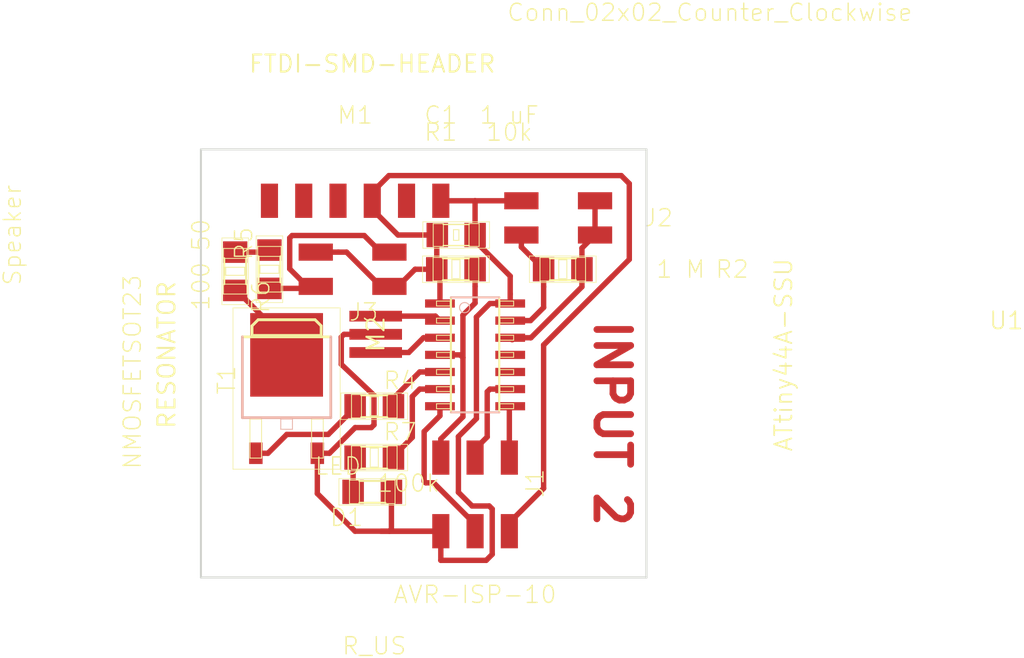
<source format=kicad_pcb>
(kicad_pcb (version 20171130) (host pcbnew 5.0.1)

  (general
    (thickness 1.6)
    (drawings 5)
    (tracks 146)
    (zones 0)
    (modules 15)
    (nets 24)
  )

  (page A4)
  (layers
    (0 F.Cu signal)
    (31 B.Cu signal)
    (32 B.Adhes user)
    (33 F.Adhes user)
    (34 B.Paste user)
    (35 F.Paste user)
    (36 B.SilkS user)
    (37 F.SilkS user)
    (38 B.Mask user)
    (39 F.Mask user)
    (40 Dwgs.User user)
    (41 Cmts.User user)
    (42 Eco1.User user)
    (43 Eco2.User user)
    (44 Edge.Cuts user)
    (45 Margin user)
    (46 B.CrtYd user)
    (47 F.CrtYd user)
    (48 B.Fab user)
    (49 F.Fab user)
  )

  (setup
    (last_trace_width 0.4)
    (trace_clearance 0.4)
    (zone_clearance 0.508)
    (zone_45_only no)
    (trace_min 0.2)
    (segment_width 0.2)
    (edge_width 0.15)
    (via_size 0.8)
    (via_drill 0.4)
    (via_min_size 0.4)
    (via_min_drill 0.3)
    (uvia_size 0.3)
    (uvia_drill 0.1)
    (uvias_allowed no)
    (uvia_min_size 0.2)
    (uvia_min_drill 0.1)
    (pcb_text_width 0.3)
    (pcb_text_size 1.5 1.5)
    (mod_edge_width 0.15)
    (mod_text_size 1 1)
    (mod_text_width 0.15)
    (pad_size 1.524 1.524)
    (pad_drill 0.762)
    (pad_to_mask_clearance 0.051)
    (solder_mask_min_width 0.25)
    (aux_axis_origin 0 0)
    (visible_elements FFFFFF7F)
    (pcbplotparams
      (layerselection 0x01000_7fffffff)
      (usegerberextensions false)
      (usegerberattributes false)
      (usegerberadvancedattributes false)
      (creategerberjobfile false)
      (excludeedgelayer true)
      (linewidth 0.100000)
      (plotframeref false)
      (viasonmask false)
      (mode 1)
      (useauxorigin false)
      (hpglpennumber 1)
      (hpglpenspeed 20)
      (hpglpendiameter 15.000000)
      (psnegative false)
      (psa4output false)
      (plotreference true)
      (plotvalue true)
      (plotinvisibletext false)
      (padsonsilk false)
      (subtractmaskfromsilk false)
      (outputformat 1)
      (mirror false)
      (drillshape 0)
      (scaleselection 1)
      (outputdirectory ""))
  )

  (net 0 "")
  (net 1 Earth)
  (net 2 "Net-(M1-Pad2)")
  (net 3 +5V)
  (net 4 "Net-(M1-Pad4)")
  (net 5 /SCK)
  (net 6 "Net-(M1-Pad6)")
  (net 7 /XTAL1)
  (net 8 /XTAL2)
  (net 9 /MOSI)
  (net 10 "Net-(J1-Pad5)")
  (net 11 /SENSE2)
  (net 12 /SENSE1)
  (net 13 /MISO)
  (net 14 "Net-(U1-Pad10)")
  (net 15 "Net-(U1-Pad11)")
  (net 16 "Net-(J3-Pad2)")
  (net 17 "Net-(M1-Pad5)")
  (net 18 "Net-(R4-Pad1)")
  (net 19 /IC-SPEAKER)
  (net 20 "Net-(R5-Pad2)")
  (net 21 "Net-(R6-Pad2)")
  (net 22 /LED1)
  (net 23 "Net-(D1-Pad2)")

  (net_class Default "This is the default net class."
    (clearance 0.4)
    (trace_width 0.4)
    (via_dia 0.8)
    (via_drill 0.4)
    (uvia_dia 0.3)
    (uvia_drill 0.1)
    (add_net +5V)
    (add_net /IC-SPEAKER)
    (add_net /LED1)
    (add_net /MISO)
    (add_net /MOSI)
    (add_net /SCK)
    (add_net /SENSE1)
    (add_net /SENSE2)
    (add_net /XTAL1)
    (add_net /XTAL2)
    (add_net Earth)
    (add_net "Net-(D1-Pad2)")
    (add_net "Net-(J1-Pad5)")
    (add_net "Net-(J3-Pad2)")
    (add_net "Net-(M1-Pad2)")
    (add_net "Net-(M1-Pad4)")
    (add_net "Net-(M1-Pad5)")
    (add_net "Net-(M1-Pad6)")
    (add_net "Net-(R4-Pad1)")
    (add_net "Net-(R5-Pad2)")
    (add_net "Net-(R6-Pad2)")
    (add_net "Net-(U1-Pad10)")
    (add_net "Net-(U1-Pad11)")
  )

  (module fab:fab-TO252 (layer F.Cu) (tedit 200000) (tstamp 5BE0EBEE)
    (at 204.47 142.19936)
    (descr "SMALL OUTLINE TRANSISTOR")
    (tags "SMALL OUTLINE TRANSISTOR")
    (path /5BE16F92)
    (attr smd)
    (fp_text reference T1 (at -4.445 -0.635 90) (layer F.SilkS)
      (effects (font (size 1.27 1.27) (thickness 0.1016)))
    )
    (fp_text value NMOSFETSOT23 (at -11.43 -1.22936 90) (layer F.SilkS)
      (effects (font (size 1.27 1.27) (thickness 0.1016)))
    )
    (fp_line (start 2.5654 -3.937) (end -2.5654 -3.937) (layer F.SilkS) (width 0.19812))
    (fp_line (start 2.5654 -4.6482) (end 2.5654 -3.937) (layer F.SilkS) (width 0.19812))
    (fp_line (start 2.1082 -5.1054) (end 2.5654 -4.6482) (layer F.SilkS) (width 0.19812))
    (fp_line (start -2.1082 -5.1054) (end 2.1082 -5.1054) (layer F.SilkS) (width 0.19812))
    (fp_line (start -2.5654 -4.6482) (end -2.1082 -5.1054) (layer F.SilkS) (width 0.19812))
    (fp_line (start -2.5654 -3.937) (end -2.5654 -4.6482) (layer F.SilkS) (width 0.19812))
    (fp_line (start 2.5654 -3.937) (end -2.5654 -3.937) (layer F.SilkS) (width 0.2032))
    (fp_line (start 2.5654 -4.6482) (end 2.5654 -3.937) (layer F.SilkS) (width 0.2032))
    (fp_line (start 2.1082 -5.1054) (end 2.5654 -4.6482) (layer F.SilkS) (width 0.2032))
    (fp_line (start -2.1082 -5.1054) (end 2.1082 -5.1054) (layer F.SilkS) (width 0.2032))
    (fp_line (start -2.5654 -4.6482) (end -2.1082 -5.1054) (layer F.SilkS) (width 0.2032))
    (fp_line (start -2.5654 -3.937) (end -2.5654 -4.6482) (layer F.SilkS) (width 0.2032))
    (fp_line (start 3.97256 -5.9817) (end 3.97256 5.9817) (layer F.SilkS) (width 0.0508))
    (fp_line (start -3.97256 5.9817) (end -3.97256 -5.9817) (layer F.SilkS) (width 0.0508))
    (fp_line (start 3.97256 5.9817) (end -3.97256 5.9817) (layer F.SilkS) (width 0.0508))
    (fp_line (start -3.97256 -5.9817) (end 3.97256 -5.9817) (layer F.SilkS) (width 0.0508))
    (fp_line (start -3.2766 -3.83286) (end 3.2766 -3.83286) (layer F.SilkS) (width 0.2032))
    (fp_line (start -3.2766 2.159) (end -3.2766 -3.8354) (layer B.SilkS) (width 0.2032))
    (fp_line (start 3.2766 2.159) (end -3.2766 2.159) (layer B.SilkS) (width 0.2032))
    (fp_line (start 3.2766 -3.8354) (end 3.2766 2.159) (layer B.SilkS) (width 0.2032))
    (fp_line (start -0.4318 3.0226) (end -0.4318 2.2606) (layer B.SilkS) (width 0.06604))
    (fp_line (start -0.4318 2.2606) (end 0.4318 2.2606) (layer B.SilkS) (width 0.06604))
    (fp_line (start 0.4318 3.0226) (end 0.4318 2.2606) (layer B.SilkS) (width 0.06604))
    (fp_line (start -0.4318 3.0226) (end 0.4318 3.0226) (layer B.SilkS) (width 0.06604))
    (fp_line (start 1.8542 5.1562) (end 1.8542 2.2606) (layer F.SilkS) (width 0.06604))
    (fp_line (start 1.8542 2.2606) (end 2.7178 2.2606) (layer F.SilkS) (width 0.06604))
    (fp_line (start 2.7178 5.1562) (end 2.7178 2.2606) (layer F.SilkS) (width 0.06604))
    (fp_line (start 1.8542 5.1562) (end 2.7178 5.1562) (layer F.SilkS) (width 0.06604))
    (fp_line (start -2.7178 5.1562) (end -2.7178 2.2606) (layer F.SilkS) (width 0.06604))
    (fp_line (start -2.7178 2.2606) (end -1.8542 2.2606) (layer F.SilkS) (width 0.06604))
    (fp_line (start -1.8542 5.1562) (end -1.8542 2.2606) (layer F.SilkS) (width 0.06604))
    (fp_line (start -2.7178 5.1562) (end -1.8542 5.1562) (layer F.SilkS) (width 0.06604))
    (pad 3 smd rect (at 0 -2.49936) (size 5.3975 6.1976) (layers F.Cu F.Paste F.Mask)
      (net 21 "Net-(R6-Pad2)"))
    (pad 2 smd rect (at 2.27838 4.79806) (size 0.99822 1.59766) (layers F.Cu F.Paste F.Mask)
      (net 1 Earth))
    (pad 1 smd rect (at -2.27838 4.79806) (size 0.99822 1.59766) (layers F.Cu F.Paste F.Mask)
      (net 18 "Net-(R4-Pad1)"))
  )

  (module fab:fab-R1206 (layer F.Cu) (tedit 200000) (tstamp 5BE0EDAF)
    (at 217.02014 133.35)
    (descr RESISTOR)
    (tags RESISTOR)
    (path /5BE0E8C1)
    (attr smd)
    (fp_text reference R1 (at -1.12014 -10.16) (layer F.SilkS)
      (effects (font (size 1.27 1.27) (thickness 0.1016)))
    )
    (fp_text value 10k (at 3.95986 -10.16) (layer F.SilkS)
      (effects (font (size 1.27 1.27) (thickness 0.1016)))
    )
    (fp_line (start -1.6891 0.8763) (end -0.9525 0.8763) (layer F.SilkS) (width 0.06604))
    (fp_line (start -0.9525 0.8763) (end -0.9525 -0.8763) (layer F.SilkS) (width 0.06604))
    (fp_line (start -1.6891 -0.8763) (end -0.9525 -0.8763) (layer F.SilkS) (width 0.06604))
    (fp_line (start -1.6891 0.8763) (end -1.6891 -0.8763) (layer F.SilkS) (width 0.06604))
    (fp_line (start 0.9525 0.8763) (end 1.6891 0.8763) (layer F.SilkS) (width 0.06604))
    (fp_line (start 1.6891 0.8763) (end 1.6891 -0.8763) (layer F.SilkS) (width 0.06604))
    (fp_line (start 0.9525 -0.8763) (end 1.6891 -0.8763) (layer F.SilkS) (width 0.06604))
    (fp_line (start 0.9525 0.8763) (end 0.9525 -0.8763) (layer F.SilkS) (width 0.06604))
    (fp_line (start -0.29972 0.6985) (end 0.29972 0.6985) (layer F.SilkS) (width 0.06604))
    (fp_line (start 0.29972 0.6985) (end 0.29972 -0.6985) (layer F.SilkS) (width 0.06604))
    (fp_line (start -0.29972 -0.6985) (end 0.29972 -0.6985) (layer F.SilkS) (width 0.06604))
    (fp_line (start -0.29972 0.6985) (end -0.29972 -0.6985) (layer F.SilkS) (width 0.06604))
    (fp_line (start 0.9525 0.8128) (end -0.9652 0.8128) (layer F.SilkS) (width 0.1524))
    (fp_line (start 0.9525 -0.8128) (end -0.9652 -0.8128) (layer F.SilkS) (width 0.1524))
    (fp_line (start -2.47142 -0.98298) (end 2.47142 -0.98298) (layer F.SilkS) (width 0.0508))
    (fp_line (start 2.47142 -0.98298) (end 2.47142 0.98298) (layer F.SilkS) (width 0.0508))
    (fp_line (start 2.47142 0.98298) (end -2.47142 0.98298) (layer F.SilkS) (width 0.0508))
    (fp_line (start -2.47142 0.98298) (end -2.47142 -0.98298) (layer F.SilkS) (width 0.0508))
    (pad 1 smd rect (at -1.41986 0) (size 1.59766 1.80086) (layers F.Cu F.Paste F.Mask)
      (net 3 +5V))
    (pad 2 smd rect (at 1.41986 0) (size 1.59766 1.80086) (layers F.Cu F.Paste F.Mask)
      (net 10 "Net-(J1-Pad5)"))
  )

  (module fab:fab-R1206 (layer F.Cu) (tedit 200000) (tstamp 5BE0EDC7)
    (at 224.93986 133.35 180)
    (descr RESISTOR)
    (tags RESISTOR)
    (path /5BE117D5)
    (attr smd)
    (fp_text reference R2 (at -12.55014 0 180) (layer F.SilkS)
      (effects (font (size 1.27 1.27) (thickness 0.1016)))
    )
    (fp_text value "1 M" (at -8.74014 0 180) (layer F.SilkS)
      (effects (font (size 1.27 1.27) (thickness 0.1016)))
    )
    (fp_line (start -2.47142 0.98298) (end -2.47142 -0.98298) (layer F.SilkS) (width 0.0508))
    (fp_line (start 2.47142 0.98298) (end -2.47142 0.98298) (layer F.SilkS) (width 0.0508))
    (fp_line (start 2.47142 -0.98298) (end 2.47142 0.98298) (layer F.SilkS) (width 0.0508))
    (fp_line (start -2.47142 -0.98298) (end 2.47142 -0.98298) (layer F.SilkS) (width 0.0508))
    (fp_line (start 0.9525 -0.8128) (end -0.9652 -0.8128) (layer F.SilkS) (width 0.1524))
    (fp_line (start 0.9525 0.8128) (end -0.9652 0.8128) (layer F.SilkS) (width 0.1524))
    (fp_line (start -0.29972 0.6985) (end -0.29972 -0.6985) (layer F.SilkS) (width 0.06604))
    (fp_line (start -0.29972 -0.6985) (end 0.29972 -0.6985) (layer F.SilkS) (width 0.06604))
    (fp_line (start 0.29972 0.6985) (end 0.29972 -0.6985) (layer F.SilkS) (width 0.06604))
    (fp_line (start -0.29972 0.6985) (end 0.29972 0.6985) (layer F.SilkS) (width 0.06604))
    (fp_line (start 0.9525 0.8763) (end 0.9525 -0.8763) (layer F.SilkS) (width 0.06604))
    (fp_line (start 0.9525 -0.8763) (end 1.6891 -0.8763) (layer F.SilkS) (width 0.06604))
    (fp_line (start 1.6891 0.8763) (end 1.6891 -0.8763) (layer F.SilkS) (width 0.06604))
    (fp_line (start 0.9525 0.8763) (end 1.6891 0.8763) (layer F.SilkS) (width 0.06604))
    (fp_line (start -1.6891 0.8763) (end -1.6891 -0.8763) (layer F.SilkS) (width 0.06604))
    (fp_line (start -1.6891 -0.8763) (end -0.9525 -0.8763) (layer F.SilkS) (width 0.06604))
    (fp_line (start -0.9525 0.8763) (end -0.9525 -0.8763) (layer F.SilkS) (width 0.06604))
    (fp_line (start -1.6891 0.8763) (end -0.9525 0.8763) (layer F.SilkS) (width 0.06604))
    (pad 2 smd rect (at 1.41986 0 180) (size 1.59766 1.80086) (layers F.Cu F.Paste F.Mask)
      (net 11 /SENSE2))
    (pad 1 smd rect (at -1.41986 0 180) (size 1.59766 1.80086) (layers F.Cu F.Paste F.Mask)
      (net 12 /SENSE1))
  )

  (module fab:fab-1X06SMD (layer F.Cu) (tedit 200000) (tstamp 5BE0EBD0)
    (at 209.55 128.27 270)
    (path /5BE150B5)
    (attr smd)
    (fp_text reference M1 (at -6.35 0) (layer F.SilkS)
      (effects (font (size 1.27 1.27) (thickness 0.1016)))
    )
    (fp_text value FTDI-SMD-HEADER (at -10.16 -1.27) (layer F.SilkS)
      (effects (font (size 1.27 1.27) (thickness 0.15)))
    )
    (pad 1 smd rect (at 0 -6.35 270) (size 2.54 1.27) (layers F.Cu F.Paste F.Mask)
      (net 1 Earth))
    (pad 2 smd rect (at 0 -3.81 270) (size 2.54 1.27) (layers F.Cu F.Paste F.Mask)
      (net 2 "Net-(M1-Pad2)"))
    (pad 3 smd rect (at 0 -1.27 270) (size 2.54 1.27) (layers F.Cu F.Paste F.Mask)
      (net 3 +5V))
    (pad 4 smd rect (at 0 1.27 270) (size 2.54 1.27) (layers F.Cu F.Paste F.Mask)
      (net 4 "Net-(M1-Pad4)"))
    (pad 5 smd rect (at 0 3.81 270) (size 2.54 1.27) (layers F.Cu F.Paste F.Mask)
      (net 17 "Net-(M1-Pad5)"))
    (pad 6 smd rect (at 0 6.35 270) (size 2.54 1.27) (layers F.Cu F.Paste F.Mask)
      (net 6 "Net-(M1-Pad6)"))
  )

  (module fab:fab-EFOBM (layer F.Cu) (tedit 200000) (tstamp 5BE0EBD7)
    (at 211.074 138.176 270)
    (path /5BE17485)
    (attr smd)
    (fp_text reference M2 (at 0 0 270) (layer F.SilkS)
      (effects (font (size 1.27 1.27) (thickness 0.15)))
    )
    (fp_text value RESONATOR (at 1.524 15.494 270) (layer F.SilkS)
      (effects (font (size 1.27 1.27) (thickness 0.15)))
    )
    (pad 1 smd rect (at -1.34874 0) (size 3.8989 0.79756) (layers F.Cu F.Paste F.Mask)
      (net 7 /XTAL1))
    (pad 2 smd rect (at 0 0 180) (size 3.8989 0.79756) (layers F.Cu F.Paste F.Mask)
      (net 1 Earth))
    (pad 3 smd rect (at 1.34874 0 180) (size 3.8989 0.79756) (layers F.Cu F.Paste F.Mask)
      (net 8 /XTAL2))
  )

  (module fab:fab-C1206 (layer F.Cu) (tedit 200000) (tstamp 5BE0ED85)
    (at 217.04046 130.81)
    (descr CAPACITOR)
    (tags CAPACITOR)
    (path /5BE0E626)
    (attr smd)
    (fp_text reference C1 (at -1.14046 -8.89) (layer F.SilkS)
      (effects (font (size 1.27 1.27) (thickness 0.1016)))
    )
    (fp_text value "1 uF" (at 3.93954 -8.89) (layer F.SilkS)
      (effects (font (size 1.27 1.27) (thickness 0.1016)))
    )
    (fp_line (start -1.7018 0.8509) (end -0.94996 0.8509) (layer F.SilkS) (width 0.06604))
    (fp_line (start -0.94996 0.8509) (end -0.94996 -0.84836) (layer F.SilkS) (width 0.06604))
    (fp_line (start -1.7018 -0.84836) (end -0.94996 -0.84836) (layer F.SilkS) (width 0.06604))
    (fp_line (start -1.7018 0.8509) (end -1.7018 -0.84836) (layer F.SilkS) (width 0.06604))
    (fp_line (start 0.94996 0.84836) (end 1.7018 0.84836) (layer F.SilkS) (width 0.06604))
    (fp_line (start 1.7018 0.84836) (end 1.7018 -0.8509) (layer F.SilkS) (width 0.06604))
    (fp_line (start 0.94996 -0.8509) (end 1.7018 -0.8509) (layer F.SilkS) (width 0.06604))
    (fp_line (start 0.94996 0.84836) (end 0.94996 -0.8509) (layer F.SilkS) (width 0.06604))
    (fp_line (start -0.19812 0.39878) (end 0.19812 0.39878) (layer F.SilkS) (width 0.06604))
    (fp_line (start 0.19812 0.39878) (end 0.19812 -0.39878) (layer F.SilkS) (width 0.06604))
    (fp_line (start -0.19812 -0.39878) (end 0.19812 -0.39878) (layer F.SilkS) (width 0.06604))
    (fp_line (start -0.19812 0.39878) (end -0.19812 -0.39878) (layer F.SilkS) (width 0.06604))
    (fp_line (start -2.47142 -0.98298) (end 2.47142 -0.98298) (layer F.SilkS) (width 0.0508))
    (fp_line (start 2.47142 0.98298) (end -2.47142 0.98298) (layer F.SilkS) (width 0.0508))
    (fp_line (start -2.47142 0.98298) (end -2.47142 -0.98298) (layer F.SilkS) (width 0.0508))
    (fp_line (start 2.47142 -0.98298) (end 2.47142 0.98298) (layer F.SilkS) (width 0.0508))
    (fp_line (start -0.96266 -0.78486) (end 0.96266 -0.78486) (layer F.SilkS) (width 0.1016))
    (fp_line (start -0.96266 0.78486) (end 0.96266 0.78486) (layer F.SilkS) (width 0.1016))
    (pad 1 smd rect (at -1.39954 0) (size 1.59766 1.79832) (layers F.Cu F.Paste F.Mask)
      (net 3 +5V))
    (pad 2 smd rect (at 1.39954 0) (size 1.59766 1.79832) (layers F.Cu F.Paste F.Mask)
      (net 1 Earth))
  )

  (module fab:fab-2X03SMD (layer F.Cu) (tedit 200000) (tstamp 5BE0ED8F)
    (at 218.44 149.86 270)
    (path /5BE0E527)
    (attr smd)
    (fp_text reference J1 (at -0.635 -4.445 270) (layer F.SilkS)
      (effects (font (size 1.27 1.27) (thickness 0.1016)))
    )
    (fp_text value AVR-ISP-10 (at 7.62 0) (layer F.SilkS)
      (effects (font (size 1.27 1.27) (thickness 0.1016)))
    )
    (pad 1 smd rect (at -2.54 -2.54 270) (size 2.54 1.27) (layers F.Cu F.Paste F.Mask)
      (net 13 /MISO))
    (pad 2 smd rect (at 2.91846 -2.54 270) (size 2.54 1.27) (layers F.Cu F.Paste F.Mask)
      (net 3 +5V))
    (pad 3 smd rect (at -2.54 0 270) (size 2.54 1.27) (layers F.Cu F.Paste F.Mask)
      (net 5 /SCK))
    (pad 4 smd rect (at 2.91846 0 270) (size 2.54 1.27) (layers F.Cu F.Paste F.Mask)
      (net 9 /MOSI))
    (pad 5 smd rect (at -2.54 2.54 270) (size 2.54 1.27) (layers F.Cu F.Paste F.Mask)
      (net 10 "Net-(J1-Pad5)"))
    (pad 6 smd rect (at 2.91846 2.54 270) (size 2.54 1.27) (layers F.Cu F.Paste F.Mask)
      (net 1 Earth))
  )

  (module fab:fab-SOIC14 (layer F.Cu) (tedit 200000) (tstamp 5BE0EF8A)
    (at 218.44 139.7 270)
    (descr "SMALL OUTLINE PACKAGE")
    (tags "SMALL OUTLINE PACKAGE")
    (path /5BE0E444)
    (attr smd)
    (fp_text reference U1 (at -2.54 -39.37) (layer F.SilkS)
      (effects (font (size 1.27 1.27) (thickness 0.127)))
    )
    (fp_text value ATtiny44A-SSU (at 0 -22.86 270) (layer F.SilkS)
      (effects (font (size 1.27 1.27) (thickness 0.127)))
    )
    (fp_line (start -3.9878 -1.8415) (end -3.62966 -1.8415) (layer F.SilkS) (width 0.06604))
    (fp_line (start -3.62966 -1.8415) (end -3.62966 -2.8575) (layer F.SilkS) (width 0.06604))
    (fp_line (start -3.9878 -2.8575) (end -3.62966 -2.8575) (layer F.SilkS) (width 0.06604))
    (fp_line (start -3.9878 -1.8415) (end -3.9878 -2.8575) (layer F.SilkS) (width 0.06604))
    (fp_line (start -2.7178 -1.8415) (end -2.3622 -1.8415) (layer F.SilkS) (width 0.06604))
    (fp_line (start -2.3622 -1.8415) (end -2.3622 -2.8575) (layer F.SilkS) (width 0.06604))
    (fp_line (start -2.7178 -2.8575) (end -2.3622 -2.8575) (layer F.SilkS) (width 0.06604))
    (fp_line (start -2.7178 -1.8415) (end -2.7178 -2.8575) (layer F.SilkS) (width 0.06604))
    (fp_line (start -1.4478 -1.8415) (end -1.08966 -1.8415) (layer F.SilkS) (width 0.06604))
    (fp_line (start -1.08966 -1.8415) (end -1.08966 -2.8575) (layer F.SilkS) (width 0.06604))
    (fp_line (start -1.4478 -2.8575) (end -1.08966 -2.8575) (layer F.SilkS) (width 0.06604))
    (fp_line (start -1.4478 -1.8415) (end -1.4478 -2.8575) (layer F.SilkS) (width 0.06604))
    (fp_line (start -0.1778 -1.8415) (end 0.1778 -1.8415) (layer F.SilkS) (width 0.06604))
    (fp_line (start 0.1778 -1.8415) (end 0.1778 -2.8575) (layer F.SilkS) (width 0.06604))
    (fp_line (start -0.1778 -2.8575) (end 0.1778 -2.8575) (layer F.SilkS) (width 0.06604))
    (fp_line (start -0.1778 -1.8415) (end -0.1778 -2.8575) (layer F.SilkS) (width 0.06604))
    (fp_line (start 1.08966 -1.8415) (end 1.4478 -1.8415) (layer F.SilkS) (width 0.06604))
    (fp_line (start 1.4478 -1.8415) (end 1.4478 -2.8575) (layer F.SilkS) (width 0.06604))
    (fp_line (start 1.08966 -2.8575) (end 1.4478 -2.8575) (layer F.SilkS) (width 0.06604))
    (fp_line (start 1.08966 -1.8415) (end 1.08966 -2.8575) (layer F.SilkS) (width 0.06604))
    (fp_line (start 2.3622 -1.8415) (end 2.7178 -1.8415) (layer F.SilkS) (width 0.06604))
    (fp_line (start 2.7178 -1.8415) (end 2.7178 -2.8575) (layer F.SilkS) (width 0.06604))
    (fp_line (start 2.3622 -2.8575) (end 2.7178 -2.8575) (layer F.SilkS) (width 0.06604))
    (fp_line (start 2.3622 -1.8415) (end 2.3622 -2.8575) (layer F.SilkS) (width 0.06604))
    (fp_line (start 3.62966 -1.8415) (end 3.9878 -1.8415) (layer F.SilkS) (width 0.06604))
    (fp_line (start 3.9878 -1.8415) (end 3.9878 -2.8575) (layer F.SilkS) (width 0.06604))
    (fp_line (start 3.62966 -2.8575) (end 3.9878 -2.8575) (layer F.SilkS) (width 0.06604))
    (fp_line (start 3.62966 -1.8415) (end 3.62966 -2.8575) (layer F.SilkS) (width 0.06604))
    (fp_line (start 3.62966 2.8575) (end 3.9878 2.8575) (layer F.SilkS) (width 0.06604))
    (fp_line (start 3.9878 2.8575) (end 3.9878 1.8415) (layer F.SilkS) (width 0.06604))
    (fp_line (start 3.62966 1.8415) (end 3.9878 1.8415) (layer F.SilkS) (width 0.06604))
    (fp_line (start 3.62966 2.8575) (end 3.62966 1.8415) (layer F.SilkS) (width 0.06604))
    (fp_line (start 2.3622 2.8575) (end 2.7178 2.8575) (layer F.SilkS) (width 0.06604))
    (fp_line (start 2.7178 2.8575) (end 2.7178 1.8415) (layer F.SilkS) (width 0.06604))
    (fp_line (start 2.3622 1.8415) (end 2.7178 1.8415) (layer F.SilkS) (width 0.06604))
    (fp_line (start 2.3622 2.8575) (end 2.3622 1.8415) (layer F.SilkS) (width 0.06604))
    (fp_line (start 1.08966 2.8575) (end 1.4478 2.8575) (layer F.SilkS) (width 0.06604))
    (fp_line (start 1.4478 2.8575) (end 1.4478 1.8415) (layer F.SilkS) (width 0.06604))
    (fp_line (start 1.08966 1.8415) (end 1.4478 1.8415) (layer F.SilkS) (width 0.06604))
    (fp_line (start 1.08966 2.8575) (end 1.08966 1.8415) (layer F.SilkS) (width 0.06604))
    (fp_line (start -0.1778 2.8575) (end 0.1778 2.8575) (layer F.SilkS) (width 0.06604))
    (fp_line (start 0.1778 2.8575) (end 0.1778 1.8415) (layer F.SilkS) (width 0.06604))
    (fp_line (start -0.1778 1.8415) (end 0.1778 1.8415) (layer F.SilkS) (width 0.06604))
    (fp_line (start -0.1778 2.8575) (end -0.1778 1.8415) (layer F.SilkS) (width 0.06604))
    (fp_line (start -1.4478 2.8575) (end -1.08966 2.8575) (layer F.SilkS) (width 0.06604))
    (fp_line (start -1.08966 2.8575) (end -1.08966 1.8415) (layer F.SilkS) (width 0.06604))
    (fp_line (start -1.4478 1.8415) (end -1.08966 1.8415) (layer F.SilkS) (width 0.06604))
    (fp_line (start -1.4478 2.8575) (end -1.4478 1.8415) (layer F.SilkS) (width 0.06604))
    (fp_line (start -2.7178 2.8575) (end -2.3622 2.8575) (layer F.SilkS) (width 0.06604))
    (fp_line (start -2.3622 2.8575) (end -2.3622 1.8415) (layer F.SilkS) (width 0.06604))
    (fp_line (start -2.7178 1.8415) (end -2.3622 1.8415) (layer F.SilkS) (width 0.06604))
    (fp_line (start -2.7178 2.8575) (end -2.7178 1.8415) (layer F.SilkS) (width 0.06604))
    (fp_line (start -3.9878 2.8575) (end -3.62966 2.8575) (layer F.SilkS) (width 0.06604))
    (fp_line (start -3.62966 2.8575) (end -3.62966 1.8415) (layer F.SilkS) (width 0.06604))
    (fp_line (start -3.9878 1.8415) (end -3.62966 1.8415) (layer F.SilkS) (width 0.06604))
    (fp_line (start -3.9878 2.8575) (end -3.9878 1.8415) (layer F.SilkS) (width 0.06604))
    (fp_line (start -4.26466 1.7907) (end 4.26466 1.7907) (layer F.SilkS) (width 0.1524))
    (fp_line (start 4.26466 1.7907) (end 4.26466 -1.7907) (layer B.SilkS) (width 0.1524))
    (fp_line (start 4.26466 -1.7907) (end -4.26466 -1.7907) (layer F.SilkS) (width 0.1524))
    (fp_line (start -4.26466 -1.7907) (end -4.26466 1.7907) (layer B.SilkS) (width 0.1524))
    (fp_circle (center -3.5052 0.7747) (end -3.7719 1.0414) (layer B.SilkS) (width 0.0762))
    (pad 1 smd rect (at -3.81 2.6035 270) (size 0.6096 2.20726) (layers F.Cu F.Paste F.Mask)
      (net 3 +5V))
    (pad 2 smd rect (at -2.54 2.6035 270) (size 0.6096 2.20726) (layers F.Cu F.Paste F.Mask)
      (net 7 /XTAL1))
    (pad 3 smd rect (at -1.27 2.6035 270) (size 0.6096 2.20726) (layers F.Cu F.Paste F.Mask)
      (net 8 /XTAL2))
    (pad 4 smd rect (at 0 2.6035 270) (size 0.6096 2.20726) (layers F.Cu F.Paste F.Mask)
      (net 10 "Net-(J1-Pad5)"))
    (pad 5 smd rect (at 1.27 2.6035 270) (size 0.6096 2.20726) (layers F.Cu F.Paste F.Mask)
      (net 19 /IC-SPEAKER))
    (pad 6 smd rect (at 2.54 2.6035 270) (size 0.6096 2.20726) (layers F.Cu F.Paste F.Mask)
      (net 22 /LED1))
    (pad 7 smd rect (at 3.81 2.6035 270) (size 0.6096 2.20726) (layers F.Cu F.Paste F.Mask)
      (net 9 /MOSI))
    (pad 8 smd rect (at 3.81 -2.6035 270) (size 0.6096 2.20726) (layers F.Cu F.Paste F.Mask)
      (net 13 /MISO))
    (pad 9 smd rect (at 2.54 -2.6035 270) (size 0.6096 2.20726) (layers F.Cu F.Paste F.Mask)
      (net 5 /SCK))
    (pad 10 smd rect (at 1.27 -2.6035 270) (size 0.6096 2.20726) (layers F.Cu F.Paste F.Mask)
      (net 14 "Net-(U1-Pad10)"))
    (pad 11 smd rect (at 0 -2.6035 270) (size 0.6096 2.20726) (layers F.Cu F.Paste F.Mask)
      (net 15 "Net-(U1-Pad11)"))
    (pad 12 smd rect (at -1.27 -2.6035 270) (size 0.6096 2.20726) (layers F.Cu F.Paste F.Mask)
      (net 12 /SENSE1))
    (pad 13 smd rect (at -2.54 -2.6035 270) (size 0.6096 2.20726) (layers F.Cu F.Paste F.Mask)
      (net 11 /SENSE2))
    (pad 14 smd rect (at -3.81 -2.6035 270) (size 0.6096 2.20726) (layers F.Cu F.Paste F.Mask)
      (net 1 Earth))
  )

  (module fab:fab-2X02SMD (layer F.Cu) (tedit 200000) (tstamp 5BE0F6C4)
    (at 224.41154 129.54)
    (path /5BE10E73)
    (attr smd)
    (fp_text reference J2 (at 7.62 0) (layer F.SilkS)
      (effects (font (size 1.27 1.27) (thickness 0.1016)))
    )
    (fp_text value Conn_02x02_Counter_Clockwise (at 11.43 -15.24) (layer F.SilkS)
      (effects (font (size 1.27 1.27) (thickness 0.1016)))
    )
    (pad 1 smd rect (at -2.54 -1.27) (size 2.54 1.27) (layers F.Cu F.Paste F.Mask)
      (net 1 Earth))
    (pad 2 smd rect (at 2.91846 -1.27) (size 2.54 1.27) (layers F.Cu F.Paste F.Mask)
      (net 12 /SENSE1))
    (pad 3 smd rect (at -2.54 1.27) (size 2.54 1.27) (layers F.Cu F.Paste F.Mask)
      (net 11 /SENSE2))
    (pad 4 smd rect (at 2.91846 1.27) (size 2.54 1.27) (layers F.Cu F.Paste F.Mask)
      (net 12 /SENSE1))
  )

  (module fab:fab-2X02SMD (layer F.Cu) (tedit 200000) (tstamp 5BF3657C)
    (at 209.55 133.35 180)
    (path /5BE77AFC)
    (attr smd)
    (fp_text reference J3 (at -0.635 -3.175 180) (layer F.SilkS)
      (effects (font (size 1.27 1.27) (thickness 0.1016)))
    )
    (fp_text value Speaker (at 25.4 2.54 270) (layer F.SilkS)
      (effects (font (size 1.27 1.27) (thickness 0.1016)))
    )
    (pad 1 smd rect (at -2.54 -1.27 180) (size 2.54 1.27) (layers F.Cu F.Paste F.Mask)
      (net 3 +5V))
    (pad 2 smd rect (at 2.91846 -1.27 180) (size 2.54 1.27) (layers F.Cu F.Paste F.Mask)
      (net 16 "Net-(J3-Pad2)"))
    (pad 3 smd rect (at -2.54 1.27 180) (size 2.54 1.27) (layers F.Cu F.Paste F.Mask)
      (net 16 "Net-(J3-Pad2)"))
    (pad 4 smd rect (at 2.91846 1.27 180) (size 2.54 1.27) (layers F.Cu F.Paste F.Mask)
      (net 3 +5V))
  )

  (module fab:fab-R1206 (layer F.Cu) (tedit 200000) (tstamp 5BF36594)
    (at 210.96986 143.51)
    (descr RESISTOR)
    (tags RESISTOR)
    (path /5BE89A23)
    (attr smd)
    (fp_text reference R4 (at 1.905 -1.905) (layer F.SilkS)
      (effects (font (size 1.27 1.27) (thickness 0.1016)))
    )
    (fp_text value R_US (at 0 17.78) (layer F.SilkS)
      (effects (font (size 1.27 1.27) (thickness 0.1016)))
    )
    (fp_line (start -1.6891 0.8763) (end -0.9525 0.8763) (layer F.SilkS) (width 0.06604))
    (fp_line (start -0.9525 0.8763) (end -0.9525 -0.8763) (layer F.SilkS) (width 0.06604))
    (fp_line (start -1.6891 -0.8763) (end -0.9525 -0.8763) (layer F.SilkS) (width 0.06604))
    (fp_line (start -1.6891 0.8763) (end -1.6891 -0.8763) (layer F.SilkS) (width 0.06604))
    (fp_line (start 0.9525 0.8763) (end 1.6891 0.8763) (layer F.SilkS) (width 0.06604))
    (fp_line (start 1.6891 0.8763) (end 1.6891 -0.8763) (layer F.SilkS) (width 0.06604))
    (fp_line (start 0.9525 -0.8763) (end 1.6891 -0.8763) (layer F.SilkS) (width 0.06604))
    (fp_line (start 0.9525 0.8763) (end 0.9525 -0.8763) (layer F.SilkS) (width 0.06604))
    (fp_line (start -0.29972 0.6985) (end 0.29972 0.6985) (layer F.SilkS) (width 0.06604))
    (fp_line (start 0.29972 0.6985) (end 0.29972 -0.6985) (layer F.SilkS) (width 0.06604))
    (fp_line (start -0.29972 -0.6985) (end 0.29972 -0.6985) (layer F.SilkS) (width 0.06604))
    (fp_line (start -0.29972 0.6985) (end -0.29972 -0.6985) (layer F.SilkS) (width 0.06604))
    (fp_line (start 0.9525 0.8128) (end -0.9652 0.8128) (layer F.SilkS) (width 0.1524))
    (fp_line (start 0.9525 -0.8128) (end -0.9652 -0.8128) (layer F.SilkS) (width 0.1524))
    (fp_line (start -2.47142 -0.98298) (end 2.47142 -0.98298) (layer F.SilkS) (width 0.0508))
    (fp_line (start 2.47142 -0.98298) (end 2.47142 0.98298) (layer F.SilkS) (width 0.0508))
    (fp_line (start 2.47142 0.98298) (end -2.47142 0.98298) (layer F.SilkS) (width 0.0508))
    (fp_line (start -2.47142 0.98298) (end -2.47142 -0.98298) (layer F.SilkS) (width 0.0508))
    (pad 1 smd rect (at -1.41986 0) (size 1.59766 1.80086) (layers F.Cu F.Paste F.Mask)
      (net 18 "Net-(R4-Pad1)"))
    (pad 2 smd rect (at 1.41986 0) (size 1.59766 1.80086) (layers F.Cu F.Paste F.Mask)
      (net 19 /IC-SPEAKER))
  )

  (module fab:fab-R1206 (layer F.Cu) (tedit 200000) (tstamp 5BF365AC)
    (at 203.2 133.35 90)
    (descr RESISTOR)
    (tags RESISTOR)
    (path /5BE7AA05)
    (attr smd)
    (fp_text reference R5 (at 1.905 -1.905 90) (layer F.SilkS)
      (effects (font (size 1.27 1.27) (thickness 0.1016)))
    )
    (fp_text value 100 (at -1.27 -5.08 90) (layer F.SilkS)
      (effects (font (size 1.27 1.27) (thickness 0.1016)))
    )
    (fp_line (start -1.6891 0.8763) (end -0.9525 0.8763) (layer F.SilkS) (width 0.06604))
    (fp_line (start -0.9525 0.8763) (end -0.9525 -0.8763) (layer F.SilkS) (width 0.06604))
    (fp_line (start -1.6891 -0.8763) (end -0.9525 -0.8763) (layer F.SilkS) (width 0.06604))
    (fp_line (start -1.6891 0.8763) (end -1.6891 -0.8763) (layer F.SilkS) (width 0.06604))
    (fp_line (start 0.9525 0.8763) (end 1.6891 0.8763) (layer F.SilkS) (width 0.06604))
    (fp_line (start 1.6891 0.8763) (end 1.6891 -0.8763) (layer F.SilkS) (width 0.06604))
    (fp_line (start 0.9525 -0.8763) (end 1.6891 -0.8763) (layer F.SilkS) (width 0.06604))
    (fp_line (start 0.9525 0.8763) (end 0.9525 -0.8763) (layer F.SilkS) (width 0.06604))
    (fp_line (start -0.29972 0.6985) (end 0.29972 0.6985) (layer F.SilkS) (width 0.06604))
    (fp_line (start 0.29972 0.6985) (end 0.29972 -0.6985) (layer F.SilkS) (width 0.06604))
    (fp_line (start -0.29972 -0.6985) (end 0.29972 -0.6985) (layer F.SilkS) (width 0.06604))
    (fp_line (start -0.29972 0.6985) (end -0.29972 -0.6985) (layer F.SilkS) (width 0.06604))
    (fp_line (start 0.9525 0.8128) (end -0.9652 0.8128) (layer F.SilkS) (width 0.1524))
    (fp_line (start 0.9525 -0.8128) (end -0.9652 -0.8128) (layer F.SilkS) (width 0.1524))
    (fp_line (start -2.47142 -0.98298) (end 2.47142 -0.98298) (layer F.SilkS) (width 0.0508))
    (fp_line (start 2.47142 -0.98298) (end 2.47142 0.98298) (layer F.SilkS) (width 0.0508))
    (fp_line (start 2.47142 0.98298) (end -2.47142 0.98298) (layer F.SilkS) (width 0.0508))
    (fp_line (start -2.47142 0.98298) (end -2.47142 -0.98298) (layer F.SilkS) (width 0.0508))
    (pad 1 smd rect (at -1.41986 0 90) (size 1.59766 1.80086) (layers F.Cu F.Paste F.Mask)
      (net 16 "Net-(J3-Pad2)"))
    (pad 2 smd rect (at 1.41986 0 90) (size 1.59766 1.80086) (layers F.Cu F.Paste F.Mask)
      (net 20 "Net-(R5-Pad2)"))
  )

  (module fab:fab-R1206 (layer F.Cu) (tedit 200000) (tstamp 5BF365C4)
    (at 200.66 133.49986 270)
    (descr RESISTOR)
    (tags RESISTOR)
    (path /5BE82EBE)
    (attr smd)
    (fp_text reference R6 (at 1.905 -1.905 270) (layer F.SilkS)
      (effects (font (size 1.27 1.27) (thickness 0.1016)))
    )
    (fp_text value 50 (at -2.68986 2.54 270) (layer F.SilkS)
      (effects (font (size 1.27 1.27) (thickness 0.1016)))
    )
    (fp_line (start -2.47142 0.98298) (end -2.47142 -0.98298) (layer F.SilkS) (width 0.0508))
    (fp_line (start 2.47142 0.98298) (end -2.47142 0.98298) (layer F.SilkS) (width 0.0508))
    (fp_line (start 2.47142 -0.98298) (end 2.47142 0.98298) (layer F.SilkS) (width 0.0508))
    (fp_line (start -2.47142 -0.98298) (end 2.47142 -0.98298) (layer F.SilkS) (width 0.0508))
    (fp_line (start 0.9525 -0.8128) (end -0.9652 -0.8128) (layer F.SilkS) (width 0.1524))
    (fp_line (start 0.9525 0.8128) (end -0.9652 0.8128) (layer F.SilkS) (width 0.1524))
    (fp_line (start -0.29972 0.6985) (end -0.29972 -0.6985) (layer F.SilkS) (width 0.06604))
    (fp_line (start -0.29972 -0.6985) (end 0.29972 -0.6985) (layer F.SilkS) (width 0.06604))
    (fp_line (start 0.29972 0.6985) (end 0.29972 -0.6985) (layer F.SilkS) (width 0.06604))
    (fp_line (start -0.29972 0.6985) (end 0.29972 0.6985) (layer F.SilkS) (width 0.06604))
    (fp_line (start 0.9525 0.8763) (end 0.9525 -0.8763) (layer F.SilkS) (width 0.06604))
    (fp_line (start 0.9525 -0.8763) (end 1.6891 -0.8763) (layer F.SilkS) (width 0.06604))
    (fp_line (start 1.6891 0.8763) (end 1.6891 -0.8763) (layer F.SilkS) (width 0.06604))
    (fp_line (start 0.9525 0.8763) (end 1.6891 0.8763) (layer F.SilkS) (width 0.06604))
    (fp_line (start -1.6891 0.8763) (end -1.6891 -0.8763) (layer F.SilkS) (width 0.06604))
    (fp_line (start -1.6891 -0.8763) (end -0.9525 -0.8763) (layer F.SilkS) (width 0.06604))
    (fp_line (start -0.9525 0.8763) (end -0.9525 -0.8763) (layer F.SilkS) (width 0.06604))
    (fp_line (start -1.6891 0.8763) (end -0.9525 0.8763) (layer F.SilkS) (width 0.06604))
    (pad 2 smd rect (at 1.41986 0 270) (size 1.59766 1.80086) (layers F.Cu F.Paste F.Mask)
      (net 21 "Net-(R6-Pad2)"))
    (pad 1 smd rect (at -1.41986 0 270) (size 1.59766 1.80086) (layers F.Cu F.Paste F.Mask)
      (net 20 "Net-(R5-Pad2)"))
  )

  (module fab:fab-LED1206 (layer F.Cu) (tedit 200000) (tstamp 5BF3F518)
    (at 210.82 149.86 180)
    (descr "LED 1206 PADS (STANDARD PATTERN)")
    (tags "LED 1206 PADS (STANDARD PATTERN)")
    (path /5BE7DBA8)
    (attr smd)
    (fp_text reference D1 (at 1.905 -1.905 180) (layer F.SilkS)
      (effects (font (size 1.27 1.27) (thickness 0.1016)))
    )
    (fp_text value LED (at 2.54 1.905 180) (layer F.SilkS)
      (effects (font (size 1.27 1.27) (thickness 0.1016)))
    )
    (fp_line (start -1.6891 0.8763) (end -0.9525 0.8763) (layer F.SilkS) (width 0.06604))
    (fp_line (start -0.9525 0.8763) (end -0.9525 -0.8763) (layer F.SilkS) (width 0.06604))
    (fp_line (start -1.6891 -0.8763) (end -0.9525 -0.8763) (layer F.SilkS) (width 0.06604))
    (fp_line (start -1.6891 0.8763) (end -1.6891 -0.8763) (layer F.SilkS) (width 0.06604))
    (fp_line (start 0.9525 0.8763) (end 1.6891 0.8763) (layer F.SilkS) (width 0.06604))
    (fp_line (start 1.6891 0.8763) (end 1.6891 -0.8763) (layer F.SilkS) (width 0.06604))
    (fp_line (start 0.9525 -0.8763) (end 1.6891 -0.8763) (layer F.SilkS) (width 0.06604))
    (fp_line (start 0.9525 0.8763) (end 0.9525 -0.8763) (layer F.SilkS) (width 0.06604))
    (fp_line (start 0.9525 0.8128) (end -0.9652 0.8128) (layer F.SilkS) (width 0.1524))
    (fp_line (start 0.9525 -0.8128) (end -0.9652 -0.8128) (layer F.SilkS) (width 0.1524))
    (fp_line (start -2.47142 -0.98298) (end 2.47142 -0.98298) (layer F.SilkS) (width 0.0508))
    (fp_line (start 2.47142 -0.98298) (end 2.47142 0.98298) (layer F.SilkS) (width 0.0508))
    (fp_line (start 2.47142 0.98298) (end -2.47142 0.98298) (layer F.SilkS) (width 0.0508))
    (fp_line (start -2.47142 0.98298) (end -2.47142 -0.98298) (layer F.SilkS) (width 0.0508))
    (pad 1 smd rect (at -1.41986 0 180) (size 1.59766 1.80086) (layers F.Cu F.Paste F.Mask)
      (net 1 Earth))
    (pad 2 smd rect (at 1.41986 0 180) (size 1.59766 1.80086) (layers F.Cu F.Paste F.Mask)
      (net 23 "Net-(D1-Pad2)"))
  )

  (module fab:fab-R1206 (layer F.Cu) (tedit 200000) (tstamp 5BF3F530)
    (at 210.96986 147.32)
    (descr RESISTOR)
    (tags RESISTOR)
    (path /5BE7DAF2)
    (attr smd)
    (fp_text reference R7 (at 1.905 -1.905) (layer F.SilkS)
      (effects (font (size 1.27 1.27) (thickness 0.1016)))
    )
    (fp_text value 100k (at 2.54 1.905) (layer F.SilkS)
      (effects (font (size 1.27 1.27) (thickness 0.1016)))
    )
    (fp_line (start -1.6891 0.8763) (end -0.9525 0.8763) (layer F.SilkS) (width 0.06604))
    (fp_line (start -0.9525 0.8763) (end -0.9525 -0.8763) (layer F.SilkS) (width 0.06604))
    (fp_line (start -1.6891 -0.8763) (end -0.9525 -0.8763) (layer F.SilkS) (width 0.06604))
    (fp_line (start -1.6891 0.8763) (end -1.6891 -0.8763) (layer F.SilkS) (width 0.06604))
    (fp_line (start 0.9525 0.8763) (end 1.6891 0.8763) (layer F.SilkS) (width 0.06604))
    (fp_line (start 1.6891 0.8763) (end 1.6891 -0.8763) (layer F.SilkS) (width 0.06604))
    (fp_line (start 0.9525 -0.8763) (end 1.6891 -0.8763) (layer F.SilkS) (width 0.06604))
    (fp_line (start 0.9525 0.8763) (end 0.9525 -0.8763) (layer F.SilkS) (width 0.06604))
    (fp_line (start -0.29972 0.6985) (end 0.29972 0.6985) (layer F.SilkS) (width 0.06604))
    (fp_line (start 0.29972 0.6985) (end 0.29972 -0.6985) (layer F.SilkS) (width 0.06604))
    (fp_line (start -0.29972 -0.6985) (end 0.29972 -0.6985) (layer F.SilkS) (width 0.06604))
    (fp_line (start -0.29972 0.6985) (end -0.29972 -0.6985) (layer F.SilkS) (width 0.06604))
    (fp_line (start 0.9525 0.8128) (end -0.9652 0.8128) (layer F.SilkS) (width 0.1524))
    (fp_line (start 0.9525 -0.8128) (end -0.9652 -0.8128) (layer F.SilkS) (width 0.1524))
    (fp_line (start -2.47142 -0.98298) (end 2.47142 -0.98298) (layer F.SilkS) (width 0.0508))
    (fp_line (start 2.47142 -0.98298) (end 2.47142 0.98298) (layer F.SilkS) (width 0.0508))
    (fp_line (start 2.47142 0.98298) (end -2.47142 0.98298) (layer F.SilkS) (width 0.0508))
    (fp_line (start -2.47142 0.98298) (end -2.47142 -0.98298) (layer F.SilkS) (width 0.0508))
    (pad 1 smd rect (at -1.41986 0) (size 1.59766 1.80086) (layers F.Cu F.Paste F.Mask)
      (net 23 "Net-(D1-Pad2)"))
    (pad 2 smd rect (at 1.41986 0) (size 1.59766 1.80086) (layers F.Cu F.Paste F.Mask)
      (net 22 /LED1))
  )

  (gr_line (start 198.12 156.21) (end 198.12 124.46) (layer Edge.Cuts) (width 0.15))
  (gr_line (start 231.14 156.21) (end 198.12 156.21) (layer Edge.Cuts) (width 0.15))
  (gr_line (start 231.14 124.46) (end 231.14 156.21) (layer Edge.Cuts) (width 0.15))
  (gr_line (start 198.12 124.46) (end 231.14 124.46) (layer Edge.Cuts) (width 0.15))
  (gr_text "INPUT 2" (at 228.6 144.78 270) (layer F.Cu)
    (effects (font (size 2.5 2.5) (thickness 0.5)))
  )

  (segment (start 220.98 135.8265) (end 221.0435 135.89) (width 0.4) (layer F.Cu) (net 1))
  (segment (start 219.53987 142.24) (end 221.0435 142.24) (width 0.4) (layer F.Cu) (net 5))
  (segment (start 219.339869 142.440001) (end 219.53987 142.24) (width 0.4) (layer F.Cu) (net 5))
  (segment (start 219.339869 145.785131) (end 219.339869 142.440001) (width 0.4) (layer F.Cu) (net 5))
  (segment (start 218.44 146.685) (end 219.339869 145.785131) (width 0.4) (layer F.Cu) (net 5))
  (segment (start 218.44 147.32) (end 218.44 146.685) (width 0.4) (layer F.Cu) (net 5))
  (segment (start 218.44 147.955) (end 218.44 147.32) (width 0.4) (layer F.Cu) (net 5))
  (segment (start 215.50376 136.82726) (end 215.8365 137.16) (width 0.4) (layer F.Cu) (net 7))
  (segment (start 211.074 136.82726) (end 215.50376 136.82726) (width 0.4) (layer F.Cu) (net 7))
  (segment (start 214.618068 138.43) (end 215.8365 138.43) (width 0.4) (layer F.Cu) (net 8))
  (segment (start 213.523328 139.52474) (end 214.618068 138.43) (width 0.4) (layer F.Cu) (net 8))
  (segment (start 211.074 139.52474) (end 213.523328 139.52474) (width 0.4) (layer F.Cu) (net 8))
  (segment (start 218.44 152.77846) (end 218.44 152.14346) (width 0.4) (layer F.Cu) (net 9))
  (segment (start 218.44 152.77846) (end 218.44 153.41346) (width 0.4) (layer F.Cu) (net 9))
  (segment (start 215.9 147.955) (end 215.9 147.32) (width 0.4) (layer F.Cu) (net 10))
  (segment (start 216.04986 147.46986) (end 215.9 147.32) (width 0.4) (layer F.Cu) (net 10))
  (segment (start 217.34013 139.7) (end 215.8365 139.7) (width 0.4) (layer F.Cu) (net 10))
  (segment (start 217.540131 139.900001) (end 217.34013 139.7) (width 0.4) (layer F.Cu) (net 10))
  (segment (start 215.9 145.934932) (end 217.540131 144.294801) (width 0.4) (layer F.Cu) (net 10))
  (segment (start 217.540131 144.294801) (end 217.540131 139.900001) (width 0.4) (layer F.Cu) (net 10))
  (segment (start 215.9 147.32) (end 215.9 145.934932) (width 0.4) (layer F.Cu) (net 10))
  (segment (start 221.19336 138.57986) (end 221.0435 138.43) (width 0.4) (layer F.Cu) (net 12))
  (segment (start 215.64092 128.52908) (end 215.9 128.27) (width 0.4) (layer F.Cu) (net 1))
  (segment (start 218.44 130.81) (end 218.200738 130.81) (width 0.4) (layer F.Cu) (net 1))
  (segment (start 218.44 130.81) (end 218.44 128.27) (width 0.4) (layer F.Cu) (net 1))
  (segment (start 215.9 128.27) (end 218.44 128.27) (width 0.4) (layer F.Cu) (net 1))
  (segment (start 215.9 152.77846) (end 215.9 152.14346) (width 0.4) (layer F.Cu) (net 1))
  (segment (start 218.539859 144.426457) (end 218.539859 136.890011) (width 0.4) (layer F.Cu) (net 1))
  (segment (start 217.204999 145.761317) (end 218.539859 144.426457) (width 0.4) (layer F.Cu) (net 1))
  (segment (start 219.53987 135.89) (end 221.0435 135.89) (width 0.4) (layer F.Cu) (net 1))
  (segment (start 218.218459 150.908459) (end 217.204999 149.894999) (width 0.4) (layer F.Cu) (net 1))
  (segment (start 215.9 152.77846) (end 215.9 154.94) (width 0.4) (layer F.Cu) (net 1))
  (segment (start 215.9 154.94) (end 219.263462 154.94) (width 0.4) (layer F.Cu) (net 1))
  (segment (start 218.539859 136.890011) (end 219.53987 135.89) (width 0.4) (layer F.Cu) (net 1))
  (segment (start 219.488459 150.908459) (end 218.218459 150.908459) (width 0.4) (layer F.Cu) (net 1))
  (segment (start 217.204999 149.894999) (end 217.204999 145.761317) (width 0.4) (layer F.Cu) (net 1))
  (segment (start 219.263462 154.94) (end 219.71 154.493462) (width 0.4) (layer F.Cu) (net 1))
  (segment (start 219.71 154.493462) (end 219.71 151.13) (width 0.4) (layer F.Cu) (net 1))
  (segment (start 219.71 151.13) (end 219.488459 150.908459) (width 0.4) (layer F.Cu) (net 1))
  (segment (start 208.524549 138.376001) (end 208.72455 138.176) (width 0.4) (layer F.Cu) (net 1))
  (segment (start 208.524549 140.403521) (end 208.524549 138.376001) (width 0.4) (layer F.Cu) (net 1))
  (segment (start 208.72455 138.176) (end 211.074 138.176) (width 0.4) (layer F.Cu) (net 1))
  (segment (start 206.74838 146.99742) (end 206.74838 147.29714) (width 0.4) (layer F.Cu) (net 1))
  (segment (start 211.456122 152.77846) (end 215.9 152.77846) (width 0.4) (layer F.Cu) (net 1))
  (segment (start 207.64749 146.99742) (end 209.55 145.09491) (width 0.4) (layer F.Cu) (net 1))
  (segment (start 206.74838 146.99742) (end 207.64749 146.99742) (width 0.4) (layer F.Cu) (net 1))
  (segment (start 210.744352 145.09491) (end 210.948831 144.890431) (width 0.4) (layer F.Cu) (net 1))
  (segment (start 209.55 145.09491) (end 210.744352 145.09491) (width 0.4) (layer F.Cu) (net 1))
  (segment (start 210.948831 144.890431) (end 210.948831 142.698972) (width 0.4) (layer F.Cu) (net 1))
  (segment (start 210.948831 142.698972) (end 208.524549 140.403521) (width 0.4) (layer F.Cu) (net 1))
  (segment (start 212.23986 152.6286) (end 212.09 152.77846) (width 0.4) (layer F.Cu) (net 1))
  (segment (start 212.23986 149.86) (end 212.23986 152.6286) (width 0.4) (layer F.Cu) (net 1))
  (segment (start 212.09 152.77846) (end 215.9 152.77846) (width 0.4) (layer F.Cu) (net 1))
  (segment (start 209.539338 152.77846) (end 212.09 152.77846) (width 0.4) (layer F.Cu) (net 1))
  (segment (start 206.74838 149.987502) (end 209.539338 152.77846) (width 0.4) (layer F.Cu) (net 1))
  (segment (start 206.74838 146.99742) (end 206.74838 149.987502) (width 0.4) (layer F.Cu) (net 1))
  (segment (start 221.0435 133.858502) (end 221.0435 135.1852) (width 0.4) (layer F.Cu) (net 1))
  (segment (start 218.44 130.81) (end 218.44 131.255002) (width 0.4) (layer F.Cu) (net 1))
  (segment (start 218.44 131.255002) (end 221.0435 133.858502) (width 0.4) (layer F.Cu) (net 1))
  (segment (start 221.0435 135.1852) (end 221.0435 135.89) (width 0.4) (layer F.Cu) (net 1))
  (segment (start 218.44 128.27) (end 220.98 128.27) (width 0.4) (layer F.Cu) (net 1))
  (segment (start 208.915 132.08) (end 208.30154 132.08) (width 0.4) (layer F.Cu) (net 3))
  (segment (start 211.455 134.62) (end 208.915 132.08) (width 0.4) (layer F.Cu) (net 3))
  (segment (start 208.30154 132.08) (end 206.63154 132.08) (width 0.4) (layer F.Cu) (net 3))
  (segment (start 220.98 152.77846) (end 220.98 153.41346) (width 0.4) (layer F.Cu) (net 3))
  (segment (start 211.455 134.62) (end 212.09 134.62) (width 0.4) (layer F.Cu) (net 3))
  (segment (start 206.63154 132.08) (end 205.99654 132.08) (width 0.4) (layer F.Cu) (net 3))
  (segment (start 210.82 128.905) (end 210.82 128.27) (width 0.4) (layer F.Cu) (net 3))
  (segment (start 212.725 130.81) (end 210.82 128.905) (width 0.4) (layer F.Cu) (net 3))
  (segment (start 215.64092 130.81) (end 212.725 130.81) (width 0.4) (layer F.Cu) (net 3))
  (segment (start 223.52 149.60346) (end 223.52 138.968982) (width 0.4) (layer F.Cu) (net 3))
  (segment (start 220.98 152.77846) (end 220.98 152.14346) (width 0.4) (layer F.Cu) (net 3))
  (segment (start 220.98 152.14346) (end 223.52 149.60346) (width 0.4) (layer F.Cu) (net 3))
  (segment (start 228.6 133.888982) (end 223.52 138.968982) (width 0.4) (layer F.Cu) (net 3))
  (segment (start 223.52 138.968982) (end 229.87 132.618982) (width 0.4) (layer F.Cu) (net 3))
  (segment (start 229.87 132.618982) (end 229.87 127) (width 0.4) (layer F.Cu) (net 3))
  (segment (start 210.82 127.635) (end 210.82 128.27) (width 0.4) (layer F.Cu) (net 3))
  (segment (start 212.055001 126.399999) (end 210.82 127.635) (width 0.4) (layer F.Cu) (net 3))
  (segment (start 229.269999 126.399999) (end 212.055001 126.399999) (width 0.4) (layer F.Cu) (net 3))
  (segment (start 229.87 127) (end 229.269999 126.399999) (width 0.4) (layer F.Cu) (net 3))
  (segment (start 215.8365 133.58622) (end 215.60028 133.35) (width 0.4) (layer F.Cu) (net 3))
  (segment (start 215.8365 135.89) (end 215.8365 133.58622) (width 0.4) (layer F.Cu) (net 3))
  (segment (start 212.725 134.62) (end 213.995 133.35) (width 0.4) (layer F.Cu) (net 3))
  (segment (start 212.09 134.62) (end 212.725 134.62) (width 0.4) (layer F.Cu) (net 3))
  (segment (start 213.995 133.35) (end 215.60028 133.35) (width 0.4) (layer F.Cu) (net 3))
  (segment (start 215.60028 130.85064) (end 215.64092 130.81) (width 0.4) (layer F.Cu) (net 3))
  (segment (start 215.60028 133.35) (end 215.60028 130.85064) (width 0.4) (layer F.Cu) (net 3))
  (segment (start 215.03767 143.51) (end 215.8365 143.51) (width 0.4) (layer F.Cu) (net 9))
  (segment (start 214.784999 149.190001) (end 214.664999 149.070001) (width 0.4) (layer F.Cu) (net 9))
  (segment (start 215.368617 149.190001) (end 214.784999 149.190001) (width 0.4) (layer F.Cu) (net 9))
  (segment (start 218.44 152.261384) (end 215.368617 149.190001) (width 0.4) (layer F.Cu) (net 9))
  (segment (start 218.44 152.77846) (end 218.44 152.261384) (width 0.4) (layer F.Cu) (net 9))
  (segment (start 214.664999 149.070001) (end 214.664999 145.386301) (width 0.4) (layer F.Cu) (net 9))
  (segment (start 214.664999 145.386301) (end 215.8365 144.2148) (width 0.4) (layer F.Cu) (net 9))
  (segment (start 215.8365 144.2148) (end 215.8365 143.51) (width 0.4) (layer F.Cu) (net 9))
  (segment (start 218.44 135.858486) (end 218.44 134.62) (width 0.4) (layer F.Cu) (net 10))
  (segment (start 217.540131 136.758355) (end 218.44 135.858486) (width 0.4) (layer F.Cu) (net 10))
  (segment (start 217.540131 139.900001) (end 217.540131 136.758355) (width 0.4) (layer F.Cu) (net 10))
  (segment (start 218.44 134.62) (end 218.44 133.35) (width 0.4) (layer F.Cu) (net 10))
  (segment (start 221.0435 137.16) (end 222.54713 137.16) (width 0.4) (layer F.Cu) (net 11))
  (segment (start 223.52 134.65043) (end 223.52 133.35) (width 0.4) (layer F.Cu) (net 11))
  (segment (start 222.54713 137.16) (end 223.52 136.18713) (width 0.4) (layer F.Cu) (net 11))
  (segment (start 223.52 136.18713) (end 223.52 134.65043) (width 0.4) (layer F.Cu) (net 11))
  (segment (start 221.87154 131.70154) (end 223.52 133.35) (width 0.4) (layer F.Cu) (net 11))
  (segment (start 221.87154 130.81) (end 221.87154 131.70154) (width 0.4) (layer F.Cu) (net 11))
  (segment (start 222.54713 138.43) (end 221.0435 138.43) (width 0.4) (layer F.Cu) (net 12))
  (segment (start 222.58015 138.43) (end 222.54713 138.43) (width 0.4) (layer F.Cu) (net 12))
  (segment (start 226.35972 134.65043) (end 222.58015 138.43) (width 0.4) (layer F.Cu) (net 12))
  (segment (start 226.35972 133.35) (end 226.35972 134.65043) (width 0.4) (layer F.Cu) (net 12))
  (segment (start 226.35972 130.88874) (end 226.43846 130.81) (width 0.4) (layer F.Cu) (net 12))
  (segment (start 226.35972 131.78028) (end 227.33 130.81) (width 0.4) (layer F.Cu) (net 12))
  (segment (start 226.35972 133.35) (end 226.35972 131.78028) (width 0.4) (layer F.Cu) (net 12))
  (segment (start 227.33 130.81) (end 227.33 128.27) (width 0.4) (layer F.Cu) (net 12))
  (segment (start 215.8365 142.24) (end 216.740121 142.24) (width 0.4) (layer F.Cu) (net 22))
  (segment (start 220.98 143.5735) (end 221.0435 143.51) (width 0.4) (layer F.Cu) (net 13))
  (segment (start 220.98 147.32) (end 220.98 143.5735) (width 0.4) (layer F.Cu) (net 13))
  (segment (start 206.48168 134.76986) (end 206.63154 134.62) (width 0.4) (layer F.Cu) (net 16))
  (segment (start 203.2 134.76986) (end 206.48168 134.76986) (width 0.4) (layer F.Cu) (net 16))
  (segment (start 210.219999 130.844999) (end 211.455 132.08) (width 0.4) (layer F.Cu) (net 16))
  (segment (start 211.455 132.08) (end 212.09 132.08) (width 0.4) (layer F.Cu) (net 16))
  (segment (start 204.881539 130.844999) (end 210.219999 130.844999) (width 0.4) (layer F.Cu) (net 16))
  (segment (start 204.700431 131.026107) (end 204.881539 130.844999) (width 0.4) (layer F.Cu) (net 16))
  (segment (start 204.700431 133.323891) (end 204.700431 131.026107) (width 0.4) (layer F.Cu) (net 16))
  (segment (start 205.99654 134.62) (end 204.700431 133.323891) (width 0.4) (layer F.Cu) (net 16))
  (segment (start 206.63154 134.62) (end 205.99654 134.62) (width 0.4) (layer F.Cu) (net 16))
  (segment (start 202.19162 146.99742) (end 202.19162 146.6977) (width 0.4) (layer F.Cu) (net 18))
  (segment (start 209.55 143.6116) (end 207.563011 145.598589) (width 0.4) (layer F.Cu) (net 18))
  (segment (start 202.19162 146.99742) (end 203.09073 146.99742) (width 0.4) (layer F.Cu) (net 18))
  (segment (start 203.09073 146.99742) (end 204.489561 145.598589) (width 0.4) (layer F.Cu) (net 18))
  (segment (start 209.55 143.51) (end 209.55 143.6116) (width 0.4) (layer F.Cu) (net 18))
  (segment (start 207.563011 145.598589) (end 204.489561 145.598589) (width 0.4) (layer F.Cu) (net 18))
  (segment (start 214.33287 140.97) (end 215.8365 140.97) (width 0.4) (layer F.Cu) (net 19))
  (segment (start 212.38972 142.91315) (end 214.33287 140.97) (width 0.4) (layer F.Cu) (net 19))
  (segment (start 212.38972 143.51) (end 212.38972 142.91315) (width 0.4) (layer F.Cu) (net 19))
  (segment (start 203.05014 132.08) (end 203.2 131.93014) (width 0.4) (layer F.Cu) (net 20))
  (segment (start 200.66 132.08) (end 203.05014 132.08) (width 0.4) (layer F.Cu) (net 20))
  (segment (start 204.47 138.62812) (end 204.47 139.7) (width 0.4) (layer F.Cu) (net 21))
  (segment (start 200.7616 134.91972) (end 204.47 138.62812) (width 0.4) (layer F.Cu) (net 21))
  (segment (start 200.66 134.91972) (end 200.7616 134.91972) (width 0.4) (layer F.Cu) (net 21))
  (segment (start 214.33287 142.24) (end 215.8365 142.24) (width 0.4) (layer F.Cu) (net 22))
  (segment (start 213.788551 142.784319) (end 214.33287 142.24) (width 0.4) (layer F.Cu) (net 22))
  (segment (start 213.788551 145.819569) (end 213.788551 142.784319) (width 0.4) (layer F.Cu) (net 22))
  (segment (start 212.38972 147.2184) (end 213.788551 145.819569) (width 0.4) (layer F.Cu) (net 22))
  (segment (start 212.38972 147.32) (end 212.38972 147.2184) (width 0.4) (layer F.Cu) (net 22))
  (segment (start 209.40014 147.46986) (end 209.55 147.32) (width 0.4) (layer F.Cu) (net 23))
  (segment (start 209.40014 149.86) (end 209.40014 147.46986) (width 0.4) (layer F.Cu) (net 23))

)

</source>
